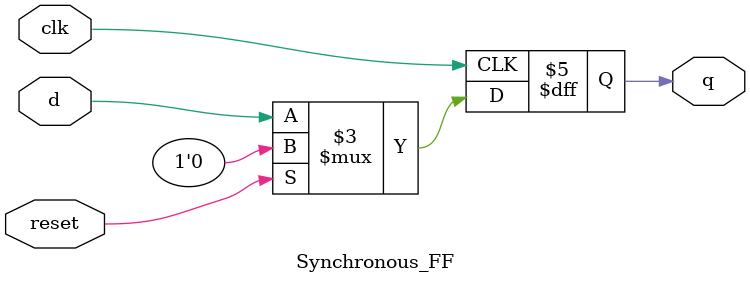
<source format=sv>
`timescale 1ns / 1ps


module Synchronous_FF(
    input d,
    input clk,reset,
    output reg q
);
always_ff@(posedge clk)begin
    if(reset)begin
        q <= 0;
    end
    else begin 
        q <=d;
    end
end
endmodule

</source>
